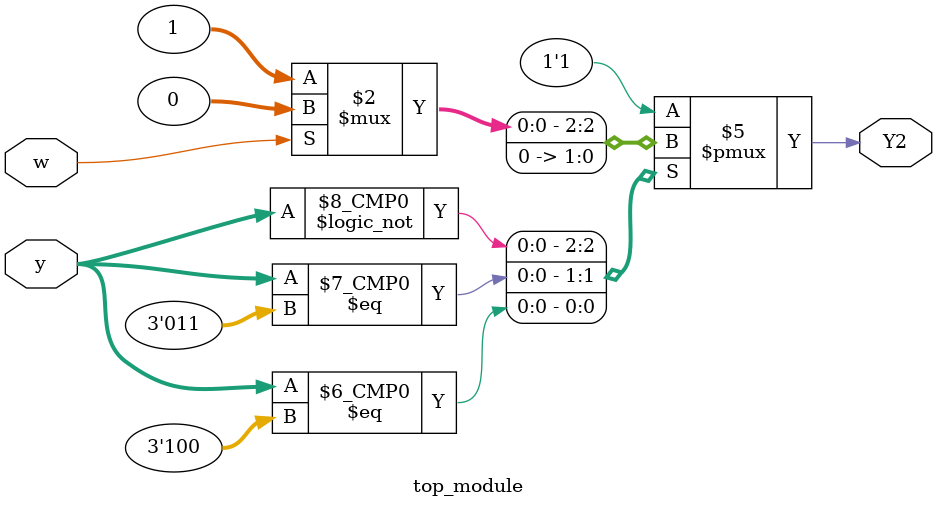
<source format=sv>
module top_module(
    input [3:1] y,
    input w,
    output reg Y2);

    always @(*) begin
        case (y)
            // Next state logic for Y2
            3'b000: Y2 = (w) ? 0 : 1;
            3'b001: Y2 = 1;
            3'b010: Y2 = 1;
            3'b011: Y2 = 0;
            3'b100: Y2 = 0;
            3'b101: Y2 = 1;
            default: Y2 = 1;
        endcase
    end

endmodule

</source>
